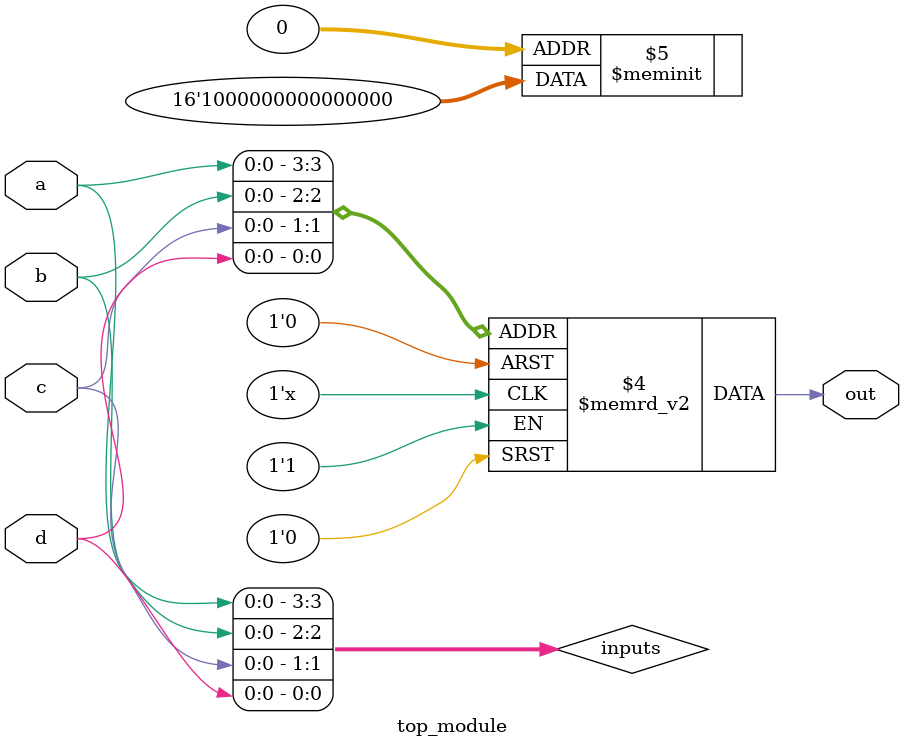
<source format=sv>
module top_module (
    input a, 
    input b,
    input c,
    input d,
    output reg out
);

    // Combine the inputs into a 4-bit vector
    reg [3:0] inputs;

    always @(*) begin
        // Combine the inputs into a single vector
        inputs = {a, b, c, d};

        // Case statement to determine the output based on the combination of inputs
        case(inputs)
            4'b0000: out = 0;
            4'b0001: out = 0;
            4'b0010: out = 0;
            4'b0011: out = 0;
            4'b0100: out = 0;
            4'b0101: out = 0;
            4'b0110: out = 0;
            4'b0111: out = 0;
            4'b1000: out = 0;
            4'b1001: out = 0;
            4'b1010: out = 0;
            4'b1011: out = 0;
            4'b1100: out = 0;
            4'b1101: out = 0;
            4'b1110: out = 0;
            4'b1111: out = 1;
            default: out = 0;
        endcase
    end

endmodule

</source>
